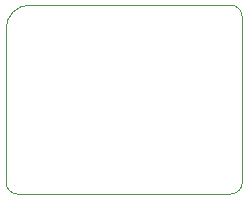
<source format=gbr>
%TF.GenerationSoftware,Altium Limited,Altium Designer,20.1.8 (145)*%
G04 Layer_Color=0*
%FSLAX44Y44*%
%MOMM*%
%TF.SameCoordinates,E4642572-F947-42A3-9A2D-1DA0FD0549A1*%
%TF.FilePolarity,Positive*%
%TF.FileFunction,Profile,NP*%
%TF.Part,Single*%
G01*
G75*
%TA.AperFunction,Profile*%
%ADD58C,0.0254*%
D58*
X10030000Y10010000D02*
G03*
X10040000Y10000000I10000J0D01*
G01*
X10220000Y10000000D01*
Y10000000D01*
D02*
G03*
X10230000Y10010000I0J10000D01*
G01*
Y10150000D01*
X10230000D01*
D02*
G03*
X10220000Y10160000I-10000J0D01*
G01*
X10050000Y10160000D01*
Y10160000D01*
D02*
G03*
X10030000Y10140000I0J-20000D01*
G01*
X10030000Y10010000D01*
%TF.MD5,2df6a44a6e3cd1560f8258aec61ebcbf*%
M02*

</source>
